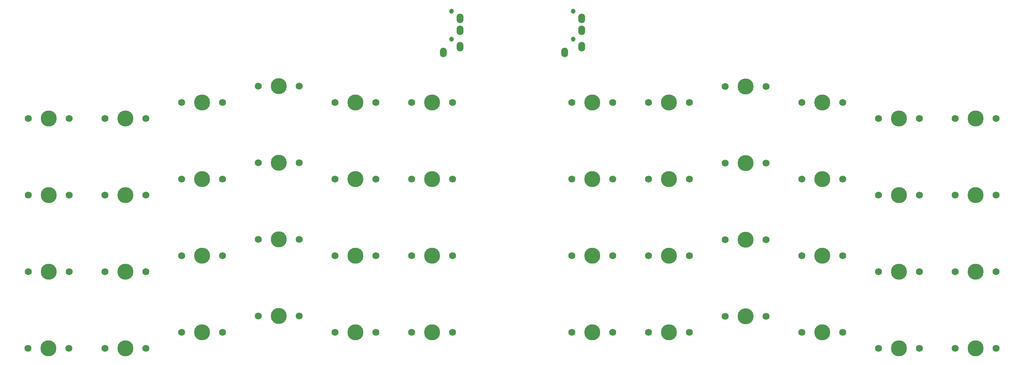
<source format=gbr>
%TF.GenerationSoftware,KiCad,Pcbnew,8.0.2*%
%TF.CreationDate,2024-05-01T20:17:27+07:00*%
%TF.ProjectId,apiratchai_split,61706972-6174-4636-9861-695f73706c69,rev?*%
%TF.SameCoordinates,Original*%
%TF.FileFunction,Soldermask,Top*%
%TF.FilePolarity,Negative*%
%FSLAX46Y46*%
G04 Gerber Fmt 4.6, Leading zero omitted, Abs format (unit mm)*
G04 Created by KiCad (PCBNEW 8.0.2) date 2024-05-01 20:17:27*
%MOMM*%
%LPD*%
G01*
G04 APERTURE LIST*
%ADD10C,1.750000*%
%ADD11C,3.987800*%
%ADD12C,1.200000*%
%ADD13O,1.700000X2.400000*%
G04 APERTURE END LIST*
D10*
%TO.C,MX43*%
X157638750Y-123537500D03*
D11*
X162718750Y-123537500D03*
D10*
X167798750Y-123537500D03*
%TD*%
%TO.C,MX26*%
X176688750Y-66387500D03*
D11*
X181768750Y-66387500D03*
D10*
X186848750Y-66387500D03*
%TD*%
%TO.C,MX7*%
X22601250Y-89406250D03*
D11*
X27681250Y-89406250D03*
D10*
X32761250Y-89406250D03*
%TD*%
D12*
%TO.C,J3*%
X157956250Y-43656250D03*
X157956250Y-50656250D03*
D13*
X160056250Y-52456250D03*
X160056250Y-48456250D03*
X160056250Y-45456250D03*
X155856250Y-53956250D03*
%TD*%
D10*
%TO.C,MX31*%
X157638750Y-85437500D03*
D11*
X162718750Y-85437500D03*
D10*
X167798750Y-85437500D03*
%TD*%
%TO.C,MX21*%
X60701250Y-123537500D03*
D11*
X65781250Y-123537500D03*
D10*
X70861250Y-123537500D03*
%TD*%
%TO.C,MX18*%
X117851250Y-104487500D03*
D11*
X122931250Y-104487500D03*
D10*
X128011250Y-104487500D03*
%TD*%
%TO.C,MX24*%
X117851250Y-123537500D03*
D11*
X122931250Y-123537500D03*
D10*
X128011250Y-123537500D03*
%TD*%
D12*
%TO.C,J2*%
X127793750Y-43656250D03*
X127793750Y-50656250D03*
D13*
X129893750Y-52456250D03*
X129893750Y-48456250D03*
X129893750Y-45456250D03*
X125693750Y-53956250D03*
%TD*%
D10*
%TO.C,MX47*%
X233838750Y-127506250D03*
D11*
X238918750Y-127506250D03*
D10*
X243998750Y-127506250D03*
%TD*%
%TO.C,MX27*%
X195738750Y-62418750D03*
D11*
X200818750Y-62418750D03*
D10*
X205898750Y-62418750D03*
%TD*%
%TO.C,MX44*%
X176688750Y-123537500D03*
D11*
X181768750Y-123537500D03*
D10*
X186848750Y-123537500D03*
%TD*%
%TO.C,MX8*%
X41651250Y-89406250D03*
D11*
X46731250Y-89406250D03*
D10*
X51811250Y-89406250D03*
%TD*%
%TO.C,MX39*%
X195738750Y-100518750D03*
D11*
X200818750Y-100518750D03*
D10*
X205898750Y-100518750D03*
%TD*%
%TO.C,MX1*%
X22601250Y-70356250D03*
D11*
X27681250Y-70356250D03*
D10*
X32761250Y-70356250D03*
%TD*%
%TO.C,MX15*%
X60701250Y-104487500D03*
D11*
X65781250Y-104487500D03*
D10*
X70861250Y-104487500D03*
%TD*%
%TO.C,MX25*%
X157638750Y-66387500D03*
D11*
X162718750Y-66387500D03*
D10*
X167798750Y-66387500D03*
%TD*%
%TO.C,MX37*%
X157638750Y-104487500D03*
D11*
X162718750Y-104487500D03*
D10*
X167798750Y-104487500D03*
%TD*%
%TO.C,MX45*%
X195738750Y-119568750D03*
D11*
X200818750Y-119568750D03*
D10*
X205898750Y-119568750D03*
%TD*%
%TO.C,MX3*%
X60701250Y-66387500D03*
D11*
X65781250Y-66387500D03*
D10*
X70861250Y-66387500D03*
%TD*%
%TO.C,MX46*%
X214770000Y-123543750D03*
D11*
X219850000Y-123543750D03*
D10*
X224930000Y-123543750D03*
%TD*%
%TO.C,MX41*%
X233838750Y-108456250D03*
D11*
X238918750Y-108456250D03*
D10*
X243998750Y-108456250D03*
%TD*%
%TO.C,MX20*%
X41651250Y-127506250D03*
D11*
X46731250Y-127506250D03*
D10*
X51811250Y-127506250D03*
%TD*%
%TO.C,MX22*%
X79751250Y-119506250D03*
D11*
X84831250Y-119506250D03*
D10*
X89911250Y-119506250D03*
%TD*%
%TO.C,MX33*%
X195738750Y-81468750D03*
D11*
X200818750Y-81468750D03*
D10*
X205898750Y-81468750D03*
%TD*%
%TO.C,MX17*%
X98801250Y-104487500D03*
D11*
X103881250Y-104487500D03*
D10*
X108961250Y-104487500D03*
%TD*%
%TO.C,MX5*%
X98801250Y-66387500D03*
D11*
X103881250Y-66387500D03*
D10*
X108961250Y-66387500D03*
%TD*%
%TO.C,MX9*%
X60701250Y-85437500D03*
D11*
X65781250Y-85437500D03*
D10*
X70861250Y-85437500D03*
%TD*%
%TO.C,MX34*%
X214788750Y-85437500D03*
D11*
X219868750Y-85437500D03*
D10*
X224948750Y-85437500D03*
%TD*%
%TO.C,MX32*%
X176688750Y-85437500D03*
D11*
X181768750Y-85437500D03*
D10*
X186848750Y-85437500D03*
%TD*%
%TO.C,MX48*%
X252888750Y-127506250D03*
D11*
X257968750Y-127506250D03*
D10*
X263048750Y-127506250D03*
%TD*%
%TO.C,MX40*%
X214788750Y-104487500D03*
D11*
X219868750Y-104487500D03*
D10*
X224948750Y-104487500D03*
%TD*%
%TO.C,MX11*%
X98801250Y-85437500D03*
D11*
X103881250Y-85437500D03*
D10*
X108961250Y-85437500D03*
%TD*%
%TO.C,MX23*%
X98801250Y-123537500D03*
D11*
X103881250Y-123537500D03*
D10*
X108961250Y-123537500D03*
%TD*%
%TO.C,MX14*%
X41651250Y-108456250D03*
D11*
X46731250Y-108456250D03*
D10*
X51811250Y-108456250D03*
%TD*%
%TO.C,MX19*%
X22502500Y-127506250D03*
D11*
X27582500Y-127506250D03*
D10*
X32662500Y-127506250D03*
%TD*%
%TO.C,MX12*%
X117851250Y-85437500D03*
D11*
X122931250Y-85437500D03*
D10*
X128011250Y-85437500D03*
%TD*%
%TO.C,MX30*%
X252888750Y-70356250D03*
D11*
X257968750Y-70356250D03*
D10*
X263048750Y-70356250D03*
%TD*%
%TO.C,MX10*%
X79751250Y-81406250D03*
D11*
X84831250Y-81406250D03*
D10*
X89911250Y-81406250D03*
%TD*%
%TO.C,MX2*%
X41651250Y-70356250D03*
D11*
X46731250Y-70356250D03*
D10*
X51811250Y-70356250D03*
%TD*%
%TO.C,MX42*%
X252888750Y-108456250D03*
D11*
X257968750Y-108456250D03*
D10*
X263048750Y-108456250D03*
%TD*%
%TO.C,MX16*%
X79751250Y-100456250D03*
D11*
X84831250Y-100456250D03*
D10*
X89911250Y-100456250D03*
%TD*%
%TO.C,MX29*%
X233838750Y-70356250D03*
D11*
X238918750Y-70356250D03*
D10*
X243998750Y-70356250D03*
%TD*%
%TO.C,MX28*%
X214788750Y-66387500D03*
D11*
X219868750Y-66387500D03*
D10*
X224948750Y-66387500D03*
%TD*%
%TO.C,MX36*%
X252888750Y-89406250D03*
D11*
X257968750Y-89406250D03*
D10*
X263048750Y-89406250D03*
%TD*%
%TO.C,MX13*%
X22601250Y-108456250D03*
D11*
X27681250Y-108456250D03*
D10*
X32761250Y-108456250D03*
%TD*%
%TO.C,MX4*%
X79751250Y-62356250D03*
D11*
X84831250Y-62356250D03*
D10*
X89911250Y-62356250D03*
%TD*%
%TO.C,MX38*%
X176688750Y-104487500D03*
D11*
X181768750Y-104487500D03*
D10*
X186848750Y-104487500D03*
%TD*%
%TO.C,MX35*%
X233838750Y-89406250D03*
D11*
X238918750Y-89406250D03*
D10*
X243998750Y-89406250D03*
%TD*%
%TO.C,MX6*%
X117851250Y-66387500D03*
D11*
X122931250Y-66387500D03*
D10*
X128011250Y-66387500D03*
%TD*%
M02*

</source>
